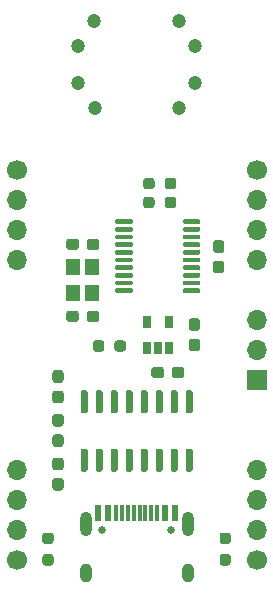
<source format=gbs>
G04 #@! TF.GenerationSoftware,KiCad,Pcbnew,5.1.9+dfsg1-1*
G04 #@! TF.CreationDate,2022-03-10T00:01:25+01:00*
G04 #@! TF.ProjectId,edgedriver,65646765-6472-4697-9665-722e6b696361,rev?*
G04 #@! TF.SameCoordinates,Original*
G04 #@! TF.FileFunction,Soldermask,Bot*
G04 #@! TF.FilePolarity,Negative*
%FSLAX46Y46*%
G04 Gerber Fmt 4.6, Leading zero omitted, Abs format (unit mm)*
G04 Created by KiCad (PCBNEW 5.1.9+dfsg1-1) date 2022-03-10 00:01:25*
%MOMM*%
%LPD*%
G01*
G04 APERTURE LIST*
%ADD10R,1.700000X1.700000*%
%ADD11O,1.700000X1.700000*%
%ADD12O,1.000000X1.600000*%
%ADD13C,0.650000*%
%ADD14O,1.000000X2.100000*%
%ADD15R,0.300000X1.450000*%
%ADD16R,0.600000X1.450000*%
%ADD17R,1.150000X1.400000*%
%ADD18R,0.650000X1.060000*%
%ADD19C,1.200000*%
%ADD20C,1.700000*%
G04 APERTURE END LIST*
D10*
X10160000Y-26670000D03*
D11*
X10160000Y-24130000D03*
X10160000Y-21590000D03*
G36*
G01*
X-4595000Y-27550000D02*
X-4295000Y-27550000D01*
G75*
G02*
X-4145000Y-27700000I0J-150000D01*
G01*
X-4145000Y-29350000D01*
G75*
G02*
X-4295000Y-29500000I-150000J0D01*
G01*
X-4595000Y-29500000D01*
G75*
G02*
X-4745000Y-29350000I0J150000D01*
G01*
X-4745000Y-27700000D01*
G75*
G02*
X-4595000Y-27550000I150000J0D01*
G01*
G37*
G36*
G01*
X-3325000Y-27550000D02*
X-3025000Y-27550000D01*
G75*
G02*
X-2875000Y-27700000I0J-150000D01*
G01*
X-2875000Y-29350000D01*
G75*
G02*
X-3025000Y-29500000I-150000J0D01*
G01*
X-3325000Y-29500000D01*
G75*
G02*
X-3475000Y-29350000I0J150000D01*
G01*
X-3475000Y-27700000D01*
G75*
G02*
X-3325000Y-27550000I150000J0D01*
G01*
G37*
G36*
G01*
X-2055000Y-27550000D02*
X-1755000Y-27550000D01*
G75*
G02*
X-1605000Y-27700000I0J-150000D01*
G01*
X-1605000Y-29350000D01*
G75*
G02*
X-1755000Y-29500000I-150000J0D01*
G01*
X-2055000Y-29500000D01*
G75*
G02*
X-2205000Y-29350000I0J150000D01*
G01*
X-2205000Y-27700000D01*
G75*
G02*
X-2055000Y-27550000I150000J0D01*
G01*
G37*
G36*
G01*
X-785000Y-27550000D02*
X-485000Y-27550000D01*
G75*
G02*
X-335000Y-27700000I0J-150000D01*
G01*
X-335000Y-29350000D01*
G75*
G02*
X-485000Y-29500000I-150000J0D01*
G01*
X-785000Y-29500000D01*
G75*
G02*
X-935000Y-29350000I0J150000D01*
G01*
X-935000Y-27700000D01*
G75*
G02*
X-785000Y-27550000I150000J0D01*
G01*
G37*
G36*
G01*
X485000Y-27550000D02*
X785000Y-27550000D01*
G75*
G02*
X935000Y-27700000I0J-150000D01*
G01*
X935000Y-29350000D01*
G75*
G02*
X785000Y-29500000I-150000J0D01*
G01*
X485000Y-29500000D01*
G75*
G02*
X335000Y-29350000I0J150000D01*
G01*
X335000Y-27700000D01*
G75*
G02*
X485000Y-27550000I150000J0D01*
G01*
G37*
G36*
G01*
X1755000Y-27550000D02*
X2055000Y-27550000D01*
G75*
G02*
X2205000Y-27700000I0J-150000D01*
G01*
X2205000Y-29350000D01*
G75*
G02*
X2055000Y-29500000I-150000J0D01*
G01*
X1755000Y-29500000D01*
G75*
G02*
X1605000Y-29350000I0J150000D01*
G01*
X1605000Y-27700000D01*
G75*
G02*
X1755000Y-27550000I150000J0D01*
G01*
G37*
G36*
G01*
X3025000Y-27550000D02*
X3325000Y-27550000D01*
G75*
G02*
X3475000Y-27700000I0J-150000D01*
G01*
X3475000Y-29350000D01*
G75*
G02*
X3325000Y-29500000I-150000J0D01*
G01*
X3025000Y-29500000D01*
G75*
G02*
X2875000Y-29350000I0J150000D01*
G01*
X2875000Y-27700000D01*
G75*
G02*
X3025000Y-27550000I150000J0D01*
G01*
G37*
G36*
G01*
X4295000Y-27550000D02*
X4595000Y-27550000D01*
G75*
G02*
X4745000Y-27700000I0J-150000D01*
G01*
X4745000Y-29350000D01*
G75*
G02*
X4595000Y-29500000I-150000J0D01*
G01*
X4295000Y-29500000D01*
G75*
G02*
X4145000Y-29350000I0J150000D01*
G01*
X4145000Y-27700000D01*
G75*
G02*
X4295000Y-27550000I150000J0D01*
G01*
G37*
G36*
G01*
X4295000Y-32500000D02*
X4595000Y-32500000D01*
G75*
G02*
X4745000Y-32650000I0J-150000D01*
G01*
X4745000Y-34300000D01*
G75*
G02*
X4595000Y-34450000I-150000J0D01*
G01*
X4295000Y-34450000D01*
G75*
G02*
X4145000Y-34300000I0J150000D01*
G01*
X4145000Y-32650000D01*
G75*
G02*
X4295000Y-32500000I150000J0D01*
G01*
G37*
G36*
G01*
X3025000Y-32500000D02*
X3325000Y-32500000D01*
G75*
G02*
X3475000Y-32650000I0J-150000D01*
G01*
X3475000Y-34300000D01*
G75*
G02*
X3325000Y-34450000I-150000J0D01*
G01*
X3025000Y-34450000D01*
G75*
G02*
X2875000Y-34300000I0J150000D01*
G01*
X2875000Y-32650000D01*
G75*
G02*
X3025000Y-32500000I150000J0D01*
G01*
G37*
G36*
G01*
X1755000Y-32500000D02*
X2055000Y-32500000D01*
G75*
G02*
X2205000Y-32650000I0J-150000D01*
G01*
X2205000Y-34300000D01*
G75*
G02*
X2055000Y-34450000I-150000J0D01*
G01*
X1755000Y-34450000D01*
G75*
G02*
X1605000Y-34300000I0J150000D01*
G01*
X1605000Y-32650000D01*
G75*
G02*
X1755000Y-32500000I150000J0D01*
G01*
G37*
G36*
G01*
X485000Y-32500000D02*
X785000Y-32500000D01*
G75*
G02*
X935000Y-32650000I0J-150000D01*
G01*
X935000Y-34300000D01*
G75*
G02*
X785000Y-34450000I-150000J0D01*
G01*
X485000Y-34450000D01*
G75*
G02*
X335000Y-34300000I0J150000D01*
G01*
X335000Y-32650000D01*
G75*
G02*
X485000Y-32500000I150000J0D01*
G01*
G37*
G36*
G01*
X-785000Y-32500000D02*
X-485000Y-32500000D01*
G75*
G02*
X-335000Y-32650000I0J-150000D01*
G01*
X-335000Y-34300000D01*
G75*
G02*
X-485000Y-34450000I-150000J0D01*
G01*
X-785000Y-34450000D01*
G75*
G02*
X-935000Y-34300000I0J150000D01*
G01*
X-935000Y-32650000D01*
G75*
G02*
X-785000Y-32500000I150000J0D01*
G01*
G37*
G36*
G01*
X-2055000Y-32500000D02*
X-1755000Y-32500000D01*
G75*
G02*
X-1605000Y-32650000I0J-150000D01*
G01*
X-1605000Y-34300000D01*
G75*
G02*
X-1755000Y-34450000I-150000J0D01*
G01*
X-2055000Y-34450000D01*
G75*
G02*
X-2205000Y-34300000I0J150000D01*
G01*
X-2205000Y-32650000D01*
G75*
G02*
X-2055000Y-32500000I150000J0D01*
G01*
G37*
G36*
G01*
X-3325000Y-32500000D02*
X-3025000Y-32500000D01*
G75*
G02*
X-2875000Y-32650000I0J-150000D01*
G01*
X-2875000Y-34300000D01*
G75*
G02*
X-3025000Y-34450000I-150000J0D01*
G01*
X-3325000Y-34450000D01*
G75*
G02*
X-3475000Y-34300000I0J150000D01*
G01*
X-3475000Y-32650000D01*
G75*
G02*
X-3325000Y-32500000I150000J0D01*
G01*
G37*
G36*
G01*
X-4595000Y-32500000D02*
X-4295000Y-32500000D01*
G75*
G02*
X-4145000Y-32650000I0J-150000D01*
G01*
X-4145000Y-34300000D01*
G75*
G02*
X-4295000Y-34450000I-150000J0D01*
G01*
X-4595000Y-34450000D01*
G75*
G02*
X-4745000Y-34300000I0J150000D01*
G01*
X-4745000Y-32650000D01*
G75*
G02*
X-4595000Y-32500000I150000J0D01*
G01*
G37*
G36*
G01*
X-6412500Y-30625000D02*
X-6887500Y-30625000D01*
G75*
G02*
X-7125000Y-30387500I0J237500D01*
G01*
X-7125000Y-29787500D01*
G75*
G02*
X-6887500Y-29550000I237500J0D01*
G01*
X-6412500Y-29550000D01*
G75*
G02*
X-6175000Y-29787500I0J-237500D01*
G01*
X-6175000Y-30387500D01*
G75*
G02*
X-6412500Y-30625000I-237500J0D01*
G01*
G37*
G36*
G01*
X-6412500Y-32350000D02*
X-6887500Y-32350000D01*
G75*
G02*
X-7125000Y-32112500I0J237500D01*
G01*
X-7125000Y-31512500D01*
G75*
G02*
X-6887500Y-31275000I237500J0D01*
G01*
X-6412500Y-31275000D01*
G75*
G02*
X-6175000Y-31512500I0J-237500D01*
G01*
X-6175000Y-32112500D01*
G75*
G02*
X-6412500Y-32350000I-237500J0D01*
G01*
G37*
G36*
G01*
X-6887500Y-33250000D02*
X-6412500Y-33250000D01*
G75*
G02*
X-6175000Y-33487500I0J-237500D01*
G01*
X-6175000Y-34087500D01*
G75*
G02*
X-6412500Y-34325000I-237500J0D01*
G01*
X-6887500Y-34325000D01*
G75*
G02*
X-7125000Y-34087500I0J237500D01*
G01*
X-7125000Y-33487500D01*
G75*
G02*
X-6887500Y-33250000I237500J0D01*
G01*
G37*
G36*
G01*
X-6887500Y-34975000D02*
X-6412500Y-34975000D01*
G75*
G02*
X-6175000Y-35212500I0J-237500D01*
G01*
X-6175000Y-35812500D01*
G75*
G02*
X-6412500Y-36050000I-237500J0D01*
G01*
X-6887500Y-36050000D01*
G75*
G02*
X-7125000Y-35812500I0J237500D01*
G01*
X-7125000Y-35212500D01*
G75*
G02*
X-6887500Y-34975000I237500J0D01*
G01*
G37*
G36*
G01*
X-6887500Y-25850000D02*
X-6412500Y-25850000D01*
G75*
G02*
X-6175000Y-26087500I0J-237500D01*
G01*
X-6175000Y-26687500D01*
G75*
G02*
X-6412500Y-26925000I-237500J0D01*
G01*
X-6887500Y-26925000D01*
G75*
G02*
X-7125000Y-26687500I0J237500D01*
G01*
X-7125000Y-26087500D01*
G75*
G02*
X-6887500Y-25850000I237500J0D01*
G01*
G37*
G36*
G01*
X-6887500Y-27575000D02*
X-6412500Y-27575000D01*
G75*
G02*
X-6175000Y-27812500I0J-237500D01*
G01*
X-6175000Y-28412500D01*
G75*
G02*
X-6412500Y-28650000I-237500J0D01*
G01*
X-6887500Y-28650000D01*
G75*
G02*
X-7125000Y-28412500I0J237500D01*
G01*
X-7125000Y-27812500D01*
G75*
G02*
X-6887500Y-27575000I237500J0D01*
G01*
G37*
G36*
G01*
X2975000Y-26287500D02*
X2975000Y-25812500D01*
G75*
G02*
X3212500Y-25575000I237500J0D01*
G01*
X3812500Y-25575000D01*
G75*
G02*
X4050000Y-25812500I0J-237500D01*
G01*
X4050000Y-26287500D01*
G75*
G02*
X3812500Y-26525000I-237500J0D01*
G01*
X3212500Y-26525000D01*
G75*
G02*
X2975000Y-26287500I0J237500D01*
G01*
G37*
G36*
G01*
X1250000Y-26287500D02*
X1250000Y-25812500D01*
G75*
G02*
X1487500Y-25575000I237500J0D01*
G01*
X2087500Y-25575000D01*
G75*
G02*
X2325000Y-25812500I0J-237500D01*
G01*
X2325000Y-26287500D01*
G75*
G02*
X2087500Y-26525000I-237500J0D01*
G01*
X1487500Y-26525000D01*
G75*
G02*
X1250000Y-26287500I0J237500D01*
G01*
G37*
G36*
G01*
X4662500Y-21450000D02*
X5137500Y-21450000D01*
G75*
G02*
X5375000Y-21687500I0J-237500D01*
G01*
X5375000Y-22287500D01*
G75*
G02*
X5137500Y-22525000I-237500J0D01*
G01*
X4662500Y-22525000D01*
G75*
G02*
X4425000Y-22287500I0J237500D01*
G01*
X4425000Y-21687500D01*
G75*
G02*
X4662500Y-21450000I237500J0D01*
G01*
G37*
G36*
G01*
X4662500Y-23175000D02*
X5137500Y-23175000D01*
G75*
G02*
X5375000Y-23412500I0J-237500D01*
G01*
X5375000Y-24012500D01*
G75*
G02*
X5137500Y-24250000I-237500J0D01*
G01*
X4662500Y-24250000D01*
G75*
G02*
X4425000Y-24012500I0J237500D01*
G01*
X4425000Y-23412500D01*
G75*
G02*
X4662500Y-23175000I237500J0D01*
G01*
G37*
G36*
G01*
X7187500Y-17650000D02*
X6712500Y-17650000D01*
G75*
G02*
X6475000Y-17412500I0J237500D01*
G01*
X6475000Y-16812500D01*
G75*
G02*
X6712500Y-16575000I237500J0D01*
G01*
X7187500Y-16575000D01*
G75*
G02*
X7425000Y-16812500I0J-237500D01*
G01*
X7425000Y-17412500D01*
G75*
G02*
X7187500Y-17650000I-237500J0D01*
G01*
G37*
G36*
G01*
X7187500Y-15925000D02*
X6712500Y-15925000D01*
G75*
G02*
X6475000Y-15687500I0J237500D01*
G01*
X6475000Y-15087500D01*
G75*
G02*
X6712500Y-14850000I237500J0D01*
G01*
X7187500Y-14850000D01*
G75*
G02*
X7425000Y-15087500I0J-237500D01*
G01*
X7425000Y-15687500D01*
G75*
G02*
X7187500Y-15925000I-237500J0D01*
G01*
G37*
G36*
G01*
X-4875000Y-21062500D02*
X-4875000Y-21537500D01*
G75*
G02*
X-5112500Y-21775000I-237500J0D01*
G01*
X-5712500Y-21775000D01*
G75*
G02*
X-5950000Y-21537500I0J237500D01*
G01*
X-5950000Y-21062500D01*
G75*
G02*
X-5712500Y-20825000I237500J0D01*
G01*
X-5112500Y-20825000D01*
G75*
G02*
X-4875000Y-21062500I0J-237500D01*
G01*
G37*
G36*
G01*
X-3150000Y-21062500D02*
X-3150000Y-21537500D01*
G75*
G02*
X-3387500Y-21775000I-237500J0D01*
G01*
X-3987500Y-21775000D01*
G75*
G02*
X-4225000Y-21537500I0J237500D01*
G01*
X-4225000Y-21062500D01*
G75*
G02*
X-3987500Y-20825000I237500J0D01*
G01*
X-3387500Y-20825000D01*
G75*
G02*
X-3150000Y-21062500I0J-237500D01*
G01*
G37*
G36*
G01*
X-3150000Y-14962500D02*
X-3150000Y-15437500D01*
G75*
G02*
X-3387500Y-15675000I-237500J0D01*
G01*
X-3987500Y-15675000D01*
G75*
G02*
X-4225000Y-15437500I0J237500D01*
G01*
X-4225000Y-14962500D01*
G75*
G02*
X-3987500Y-14725000I237500J0D01*
G01*
X-3387500Y-14725000D01*
G75*
G02*
X-3150000Y-14962500I0J-237500D01*
G01*
G37*
G36*
G01*
X-4875000Y-14962500D02*
X-4875000Y-15437500D01*
G75*
G02*
X-5112500Y-15675000I-237500J0D01*
G01*
X-5712500Y-15675000D01*
G75*
G02*
X-5950000Y-15437500I0J237500D01*
G01*
X-5950000Y-14962500D01*
G75*
G02*
X-5712500Y-14725000I237500J0D01*
G01*
X-5112500Y-14725000D01*
G75*
G02*
X-4875000Y-14962500I0J-237500D01*
G01*
G37*
D12*
X-4320000Y-43050000D03*
D13*
X-2890000Y-39400000D03*
D12*
X4320000Y-43050000D03*
D13*
X2890000Y-39400000D03*
D14*
X4320000Y-38870000D03*
X-4320000Y-38870000D03*
D15*
X250000Y-37955000D03*
X-1750000Y-37955000D03*
X-1250000Y-37955000D03*
X-750000Y-37955000D03*
X-250000Y-37955000D03*
X750000Y-37955000D03*
X1250000Y-37955000D03*
X1750000Y-37955000D03*
D16*
X-3250000Y-37955000D03*
X-2450000Y-37955000D03*
X2450000Y-37955000D03*
X3250000Y-37955000D03*
X3250000Y-37955000D03*
X2450000Y-37955000D03*
X-2450000Y-37955000D03*
X-3250000Y-37955000D03*
G36*
G01*
X7262500Y-39600000D02*
X7737500Y-39600000D01*
G75*
G02*
X7975000Y-39837500I0J-237500D01*
G01*
X7975000Y-40337500D01*
G75*
G02*
X7737500Y-40575000I-237500J0D01*
G01*
X7262500Y-40575000D01*
G75*
G02*
X7025000Y-40337500I0J237500D01*
G01*
X7025000Y-39837500D01*
G75*
G02*
X7262500Y-39600000I237500J0D01*
G01*
G37*
G36*
G01*
X7262500Y-41425000D02*
X7737500Y-41425000D01*
G75*
G02*
X7975000Y-41662500I0J-237500D01*
G01*
X7975000Y-42162500D01*
G75*
G02*
X7737500Y-42400000I-237500J0D01*
G01*
X7262500Y-42400000D01*
G75*
G02*
X7025000Y-42162500I0J237500D01*
G01*
X7025000Y-41662500D01*
G75*
G02*
X7262500Y-41425000I237500J0D01*
G01*
G37*
G36*
G01*
X-7737500Y-41425000D02*
X-7262500Y-41425000D01*
G75*
G02*
X-7025000Y-41662500I0J-237500D01*
G01*
X-7025000Y-42162500D01*
G75*
G02*
X-7262500Y-42400000I-237500J0D01*
G01*
X-7737500Y-42400000D01*
G75*
G02*
X-7975000Y-42162500I0J237500D01*
G01*
X-7975000Y-41662500D01*
G75*
G02*
X-7737500Y-41425000I237500J0D01*
G01*
G37*
G36*
G01*
X-7737500Y-39600000D02*
X-7262500Y-39600000D01*
G75*
G02*
X-7025000Y-39837500I0J-237500D01*
G01*
X-7025000Y-40337500D01*
G75*
G02*
X-7262500Y-40575000I-237500J0D01*
G01*
X-7737500Y-40575000D01*
G75*
G02*
X-7975000Y-40337500I0J237500D01*
G01*
X-7975000Y-39837500D01*
G75*
G02*
X-7737500Y-39600000I237500J0D01*
G01*
G37*
G36*
G01*
X-900000Y-23562500D02*
X-900000Y-24037500D01*
G75*
G02*
X-1137500Y-24275000I-237500J0D01*
G01*
X-1637500Y-24275000D01*
G75*
G02*
X-1875000Y-24037500I0J237500D01*
G01*
X-1875000Y-23562500D01*
G75*
G02*
X-1637500Y-23325000I237500J0D01*
G01*
X-1137500Y-23325000D01*
G75*
G02*
X-900000Y-23562500I0J-237500D01*
G01*
G37*
G36*
G01*
X-2725000Y-23562500D02*
X-2725000Y-24037500D01*
G75*
G02*
X-2962500Y-24275000I-237500J0D01*
G01*
X-3462500Y-24275000D01*
G75*
G02*
X-3700000Y-24037500I0J237500D01*
G01*
X-3700000Y-23562500D01*
G75*
G02*
X-3462500Y-23325000I237500J0D01*
G01*
X-2962500Y-23325000D01*
G75*
G02*
X-2725000Y-23562500I0J-237500D01*
G01*
G37*
G36*
G01*
X550000Y-11887500D02*
X550000Y-11412500D01*
G75*
G02*
X787500Y-11175000I237500J0D01*
G01*
X1287500Y-11175000D01*
G75*
G02*
X1525000Y-11412500I0J-237500D01*
G01*
X1525000Y-11887500D01*
G75*
G02*
X1287500Y-12125000I-237500J0D01*
G01*
X787500Y-12125000D01*
G75*
G02*
X550000Y-11887500I0J237500D01*
G01*
G37*
G36*
G01*
X2375000Y-11887500D02*
X2375000Y-11412500D01*
G75*
G02*
X2612500Y-11175000I237500J0D01*
G01*
X3112500Y-11175000D01*
G75*
G02*
X3350000Y-11412500I0J-237500D01*
G01*
X3350000Y-11887500D01*
G75*
G02*
X3112500Y-12125000I-237500J0D01*
G01*
X2612500Y-12125000D01*
G75*
G02*
X2375000Y-11887500I0J237500D01*
G01*
G37*
G36*
G01*
X2375000Y-10287500D02*
X2375000Y-9812500D01*
G75*
G02*
X2612500Y-9575000I237500J0D01*
G01*
X3112500Y-9575000D01*
G75*
G02*
X3350000Y-9812500I0J-237500D01*
G01*
X3350000Y-10287500D01*
G75*
G02*
X3112500Y-10525000I-237500J0D01*
G01*
X2612500Y-10525000D01*
G75*
G02*
X2375000Y-10287500I0J237500D01*
G01*
G37*
G36*
G01*
X550000Y-10287500D02*
X550000Y-9812500D01*
G75*
G02*
X787500Y-9575000I237500J0D01*
G01*
X1287500Y-9575000D01*
G75*
G02*
X1525000Y-9812500I0J-237500D01*
G01*
X1525000Y-10287500D01*
G75*
G02*
X1287500Y-10525000I-237500J0D01*
G01*
X787500Y-10525000D01*
G75*
G02*
X550000Y-10287500I0J237500D01*
G01*
G37*
G36*
G01*
X-1800000Y-19225000D02*
X-1800000Y-19025000D01*
G75*
G02*
X-1700000Y-18925000I100000J0D01*
G01*
X-425000Y-18925000D01*
G75*
G02*
X-325000Y-19025000I0J-100000D01*
G01*
X-325000Y-19225000D01*
G75*
G02*
X-425000Y-19325000I-100000J0D01*
G01*
X-1700000Y-19325000D01*
G75*
G02*
X-1800000Y-19225000I0J100000D01*
G01*
G37*
G36*
G01*
X-1800000Y-18575000D02*
X-1800000Y-18375000D01*
G75*
G02*
X-1700000Y-18275000I100000J0D01*
G01*
X-425000Y-18275000D01*
G75*
G02*
X-325000Y-18375000I0J-100000D01*
G01*
X-325000Y-18575000D01*
G75*
G02*
X-425000Y-18675000I-100000J0D01*
G01*
X-1700000Y-18675000D01*
G75*
G02*
X-1800000Y-18575000I0J100000D01*
G01*
G37*
G36*
G01*
X-1800000Y-17925000D02*
X-1800000Y-17725000D01*
G75*
G02*
X-1700000Y-17625000I100000J0D01*
G01*
X-425000Y-17625000D01*
G75*
G02*
X-325000Y-17725000I0J-100000D01*
G01*
X-325000Y-17925000D01*
G75*
G02*
X-425000Y-18025000I-100000J0D01*
G01*
X-1700000Y-18025000D01*
G75*
G02*
X-1800000Y-17925000I0J100000D01*
G01*
G37*
G36*
G01*
X-1800000Y-17275000D02*
X-1800000Y-17075000D01*
G75*
G02*
X-1700000Y-16975000I100000J0D01*
G01*
X-425000Y-16975000D01*
G75*
G02*
X-325000Y-17075000I0J-100000D01*
G01*
X-325000Y-17275000D01*
G75*
G02*
X-425000Y-17375000I-100000J0D01*
G01*
X-1700000Y-17375000D01*
G75*
G02*
X-1800000Y-17275000I0J100000D01*
G01*
G37*
G36*
G01*
X-1800000Y-16625000D02*
X-1800000Y-16425000D01*
G75*
G02*
X-1700000Y-16325000I100000J0D01*
G01*
X-425000Y-16325000D01*
G75*
G02*
X-325000Y-16425000I0J-100000D01*
G01*
X-325000Y-16625000D01*
G75*
G02*
X-425000Y-16725000I-100000J0D01*
G01*
X-1700000Y-16725000D01*
G75*
G02*
X-1800000Y-16625000I0J100000D01*
G01*
G37*
G36*
G01*
X-1800000Y-15975000D02*
X-1800000Y-15775000D01*
G75*
G02*
X-1700000Y-15675000I100000J0D01*
G01*
X-425000Y-15675000D01*
G75*
G02*
X-325000Y-15775000I0J-100000D01*
G01*
X-325000Y-15975000D01*
G75*
G02*
X-425000Y-16075000I-100000J0D01*
G01*
X-1700000Y-16075000D01*
G75*
G02*
X-1800000Y-15975000I0J100000D01*
G01*
G37*
G36*
G01*
X-1800000Y-15325000D02*
X-1800000Y-15125000D01*
G75*
G02*
X-1700000Y-15025000I100000J0D01*
G01*
X-425000Y-15025000D01*
G75*
G02*
X-325000Y-15125000I0J-100000D01*
G01*
X-325000Y-15325000D01*
G75*
G02*
X-425000Y-15425000I-100000J0D01*
G01*
X-1700000Y-15425000D01*
G75*
G02*
X-1800000Y-15325000I0J100000D01*
G01*
G37*
G36*
G01*
X-1800000Y-14675000D02*
X-1800000Y-14475000D01*
G75*
G02*
X-1700000Y-14375000I100000J0D01*
G01*
X-425000Y-14375000D01*
G75*
G02*
X-325000Y-14475000I0J-100000D01*
G01*
X-325000Y-14675000D01*
G75*
G02*
X-425000Y-14775000I-100000J0D01*
G01*
X-1700000Y-14775000D01*
G75*
G02*
X-1800000Y-14675000I0J100000D01*
G01*
G37*
G36*
G01*
X-1800000Y-14025000D02*
X-1800000Y-13825000D01*
G75*
G02*
X-1700000Y-13725000I100000J0D01*
G01*
X-425000Y-13725000D01*
G75*
G02*
X-325000Y-13825000I0J-100000D01*
G01*
X-325000Y-14025000D01*
G75*
G02*
X-425000Y-14125000I-100000J0D01*
G01*
X-1700000Y-14125000D01*
G75*
G02*
X-1800000Y-14025000I0J100000D01*
G01*
G37*
G36*
G01*
X-1800000Y-13375000D02*
X-1800000Y-13175000D01*
G75*
G02*
X-1700000Y-13075000I100000J0D01*
G01*
X-425000Y-13075000D01*
G75*
G02*
X-325000Y-13175000I0J-100000D01*
G01*
X-325000Y-13375000D01*
G75*
G02*
X-425000Y-13475000I-100000J0D01*
G01*
X-1700000Y-13475000D01*
G75*
G02*
X-1800000Y-13375000I0J100000D01*
G01*
G37*
G36*
G01*
X3925000Y-13375000D02*
X3925000Y-13175000D01*
G75*
G02*
X4025000Y-13075000I100000J0D01*
G01*
X5300000Y-13075000D01*
G75*
G02*
X5400000Y-13175000I0J-100000D01*
G01*
X5400000Y-13375000D01*
G75*
G02*
X5300000Y-13475000I-100000J0D01*
G01*
X4025000Y-13475000D01*
G75*
G02*
X3925000Y-13375000I0J100000D01*
G01*
G37*
G36*
G01*
X3925000Y-14025000D02*
X3925000Y-13825000D01*
G75*
G02*
X4025000Y-13725000I100000J0D01*
G01*
X5300000Y-13725000D01*
G75*
G02*
X5400000Y-13825000I0J-100000D01*
G01*
X5400000Y-14025000D01*
G75*
G02*
X5300000Y-14125000I-100000J0D01*
G01*
X4025000Y-14125000D01*
G75*
G02*
X3925000Y-14025000I0J100000D01*
G01*
G37*
G36*
G01*
X3925000Y-14675000D02*
X3925000Y-14475000D01*
G75*
G02*
X4025000Y-14375000I100000J0D01*
G01*
X5300000Y-14375000D01*
G75*
G02*
X5400000Y-14475000I0J-100000D01*
G01*
X5400000Y-14675000D01*
G75*
G02*
X5300000Y-14775000I-100000J0D01*
G01*
X4025000Y-14775000D01*
G75*
G02*
X3925000Y-14675000I0J100000D01*
G01*
G37*
G36*
G01*
X3925000Y-15325000D02*
X3925000Y-15125000D01*
G75*
G02*
X4025000Y-15025000I100000J0D01*
G01*
X5300000Y-15025000D01*
G75*
G02*
X5400000Y-15125000I0J-100000D01*
G01*
X5400000Y-15325000D01*
G75*
G02*
X5300000Y-15425000I-100000J0D01*
G01*
X4025000Y-15425000D01*
G75*
G02*
X3925000Y-15325000I0J100000D01*
G01*
G37*
G36*
G01*
X3925000Y-15975000D02*
X3925000Y-15775000D01*
G75*
G02*
X4025000Y-15675000I100000J0D01*
G01*
X5300000Y-15675000D01*
G75*
G02*
X5400000Y-15775000I0J-100000D01*
G01*
X5400000Y-15975000D01*
G75*
G02*
X5300000Y-16075000I-100000J0D01*
G01*
X4025000Y-16075000D01*
G75*
G02*
X3925000Y-15975000I0J100000D01*
G01*
G37*
G36*
G01*
X3925000Y-16625000D02*
X3925000Y-16425000D01*
G75*
G02*
X4025000Y-16325000I100000J0D01*
G01*
X5300000Y-16325000D01*
G75*
G02*
X5400000Y-16425000I0J-100000D01*
G01*
X5400000Y-16625000D01*
G75*
G02*
X5300000Y-16725000I-100000J0D01*
G01*
X4025000Y-16725000D01*
G75*
G02*
X3925000Y-16625000I0J100000D01*
G01*
G37*
G36*
G01*
X3925000Y-17275000D02*
X3925000Y-17075000D01*
G75*
G02*
X4025000Y-16975000I100000J0D01*
G01*
X5300000Y-16975000D01*
G75*
G02*
X5400000Y-17075000I0J-100000D01*
G01*
X5400000Y-17275000D01*
G75*
G02*
X5300000Y-17375000I-100000J0D01*
G01*
X4025000Y-17375000D01*
G75*
G02*
X3925000Y-17275000I0J100000D01*
G01*
G37*
G36*
G01*
X3925000Y-17925000D02*
X3925000Y-17725000D01*
G75*
G02*
X4025000Y-17625000I100000J0D01*
G01*
X5300000Y-17625000D01*
G75*
G02*
X5400000Y-17725000I0J-100000D01*
G01*
X5400000Y-17925000D01*
G75*
G02*
X5300000Y-18025000I-100000J0D01*
G01*
X4025000Y-18025000D01*
G75*
G02*
X3925000Y-17925000I0J100000D01*
G01*
G37*
G36*
G01*
X3925000Y-18575000D02*
X3925000Y-18375000D01*
G75*
G02*
X4025000Y-18275000I100000J0D01*
G01*
X5300000Y-18275000D01*
G75*
G02*
X5400000Y-18375000I0J-100000D01*
G01*
X5400000Y-18575000D01*
G75*
G02*
X5300000Y-18675000I-100000J0D01*
G01*
X4025000Y-18675000D01*
G75*
G02*
X3925000Y-18575000I0J100000D01*
G01*
G37*
G36*
G01*
X3925000Y-19225000D02*
X3925000Y-19025000D01*
G75*
G02*
X4025000Y-18925000I100000J0D01*
G01*
X5300000Y-18925000D01*
G75*
G02*
X5400000Y-19025000I0J-100000D01*
G01*
X5400000Y-19225000D01*
G75*
G02*
X5300000Y-19325000I-100000J0D01*
G01*
X4025000Y-19325000D01*
G75*
G02*
X3925000Y-19225000I0J100000D01*
G01*
G37*
D17*
X-5350000Y-19300000D03*
X-5350000Y-17100000D03*
X-3750000Y-17100000D03*
X-3750000Y-19300000D03*
D18*
X2750000Y-24000000D03*
X1800000Y-24000000D03*
X850000Y-24000000D03*
X850000Y-21800000D03*
X2750000Y-21800000D03*
D19*
X3554216Y-3693650D03*
X4923383Y-1541825D03*
X-4980141Y1580688D03*
X-3610975Y3732513D03*
X4980232Y1580673D03*
X3611065Y3732513D03*
X-3554131Y-3693802D03*
X-4923297Y-1541977D03*
D11*
X-10160000Y-16510000D03*
X-10160000Y-13970000D03*
X-10160000Y-11430000D03*
D20*
X-10160000Y-8890000D03*
D11*
X10160000Y-16510000D03*
X10160000Y-13970000D03*
X10160000Y-11430000D03*
D20*
X10160000Y-8890000D03*
X10160000Y-41910000D03*
D11*
X10160000Y-39370000D03*
X10160000Y-36830000D03*
X10160000Y-34290000D03*
D20*
X-10160000Y-41910000D03*
D11*
X-10160000Y-39370000D03*
X-10160000Y-36830000D03*
X-10160000Y-34290000D03*
M02*

</source>
